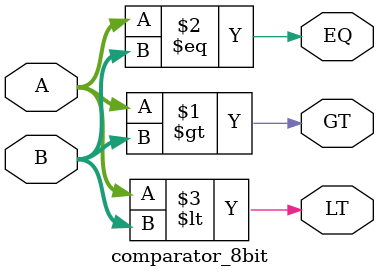
<source format=sv>
module comparator_8bit(input [7:0] A, input [7:0] B, output GT, output EQ, output LT);
  assign GT = (A > B);
  assign EQ = (A == B);
  assign LT = (A < B);
endmodule


</source>
